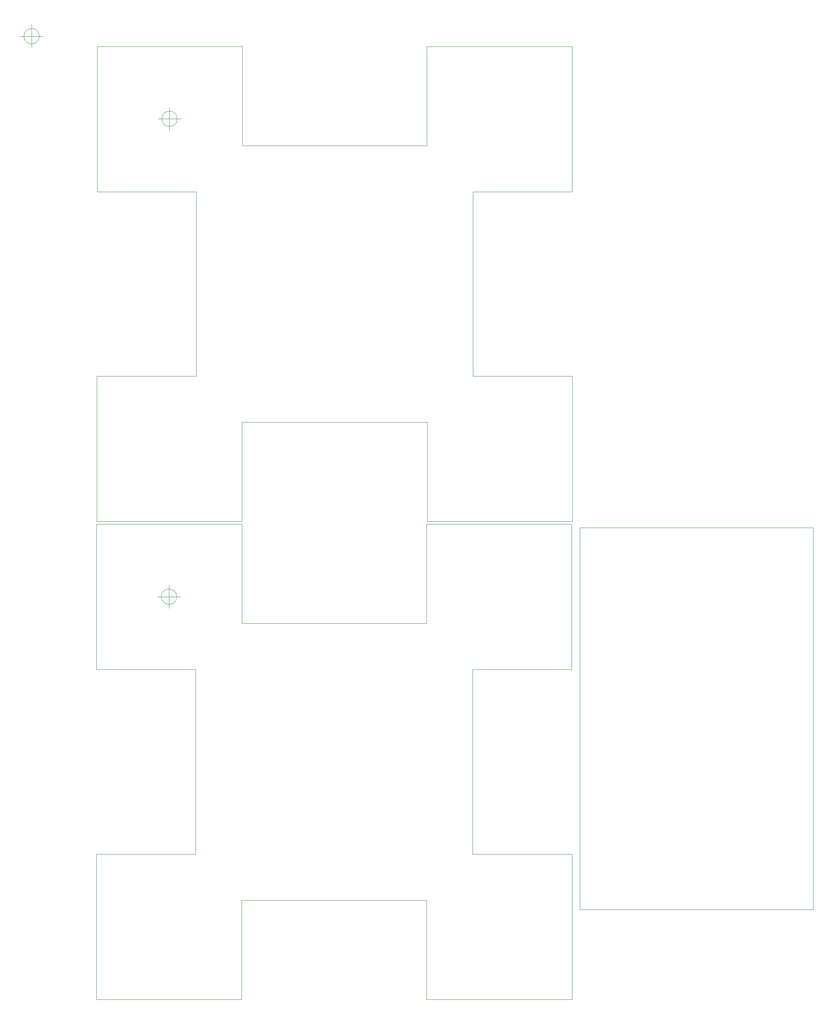
<source format=gbr>
G04 #@! TF.GenerationSoftware,KiCad,Pcbnew,5.1.5+dfsg1-2build2*
G04 #@! TF.CreationDate,2021-01-06T19:09:04+01:00*
G04 #@! TF.ProjectId,ariadne-v3-backup,61726961-646e-4652-9d76-332d6261636b,rev?*
G04 #@! TF.SameCoordinates,Original*
G04 #@! TF.FileFunction,Profile,NP*
%FSLAX46Y46*%
G04 Gerber Fmt 4.6, Leading zero omitted, Abs format (unit mm)*
G04 Created by KiCad (PCBNEW 5.1.5+dfsg1-2build2) date 2021-01-06 19:09:04*
%MOMM*%
%LPD*%
G04 APERTURE LIST*
%ADD10C,0.100000*%
G04 APERTURE END LIST*
D10*
X93300000Y-125575000D02*
X71800000Y-125575000D01*
X61800000Y-94075000D02*
X93300000Y-94075000D01*
X93300000Y-94075000D02*
X93300000Y-125575000D01*
X93425000Y-93500000D02*
X61925000Y-93500000D01*
X93425000Y-62000000D02*
X71900000Y-62000000D01*
X93425000Y-62000000D02*
X93425000Y-93500000D01*
X93400000Y9525000D02*
X93400000Y-21975000D01*
X61900000Y9525000D02*
X93400000Y9525000D01*
X93400000Y-21975000D02*
X71900000Y-21975000D01*
X145660000Y-177610000D02*
X95040000Y-177610000D01*
X145660000Y-94810000D02*
X145660000Y-177610000D01*
X95040000Y-94810000D02*
X145660000Y-94810000D01*
X95040000Y-177610000D02*
X95040000Y-94810000D01*
X11700000Y-125600000D02*
X11700000Y-165600000D01*
X21675000Y-175600000D02*
X61825000Y-175600000D01*
X71800000Y-165600000D02*
X71800000Y-125575000D01*
X21700000Y-115600000D02*
X61800000Y-115600000D01*
X-9800000Y-125600000D02*
X11700000Y-125600000D01*
X-9800000Y-125600000D02*
X-9800000Y-94100000D01*
X-9800000Y-94100000D02*
X21700000Y-94100000D01*
X61800000Y-94075000D02*
X61800000Y-115600000D01*
X93325000Y-165600000D02*
X93325000Y-197100000D01*
X93325000Y-165600000D02*
X71800000Y-165600000D01*
X61825000Y-197100000D02*
X61825000Y-175600000D01*
X93325000Y-197100000D02*
X61825000Y-197100000D01*
X-9825000Y-197100000D02*
X-9825000Y-165600000D01*
X21675000Y-197100000D02*
X-9825000Y-197100000D01*
X21675000Y-197100000D02*
X21675000Y-175600000D01*
X7591666Y-109800000D02*
G75*
G03X7591666Y-109800000I-1666666J0D01*
G01*
X3425000Y-109800000D02*
X8425000Y-109800000D01*
X5925000Y-107300000D02*
X5925000Y-112300000D01*
X21700000Y-94100000D02*
X21700000Y-115600000D01*
X11700000Y-165600000D02*
X-9825000Y-165600000D01*
X11800000Y-62000000D02*
X-9725000Y-62000000D01*
X21800000Y9500000D02*
X21800000Y-12000000D01*
X7691666Y-6200000D02*
G75*
G03X7691666Y-6200000I-1666666J0D01*
G01*
X3525000Y-6200000D02*
X8525000Y-6200000D01*
X6025000Y-3700000D02*
X6025000Y-8700000D01*
X21775000Y-93500000D02*
X21775000Y-72000000D01*
X21775000Y-93500000D02*
X-9725000Y-93500000D01*
X-9725000Y-93500000D02*
X-9725000Y-62000000D01*
X61925000Y-93500000D02*
X61925000Y-72000000D01*
X61900000Y9525000D02*
X61900000Y-12000000D01*
X-9700000Y9500000D02*
X21800000Y9500000D01*
X-9700000Y-22000000D02*
X-9700000Y9500000D01*
X-9700000Y-22000000D02*
X11800000Y-22000000D01*
X21800000Y-12000000D02*
X61900000Y-12000000D01*
X71900000Y-62000000D02*
X71900000Y-21975000D01*
X21775000Y-72000000D02*
X61925000Y-72000000D01*
X11800000Y-22000000D02*
X11800000Y-62000000D01*
X-22233334Y11700000D02*
G75*
G03X-22233334Y11700000I-1666666J0D01*
G01*
X-26400000Y11700000D02*
X-21400000Y11700000D01*
X-23900000Y14200000D02*
X-23900000Y9200000D01*
M02*

</source>
